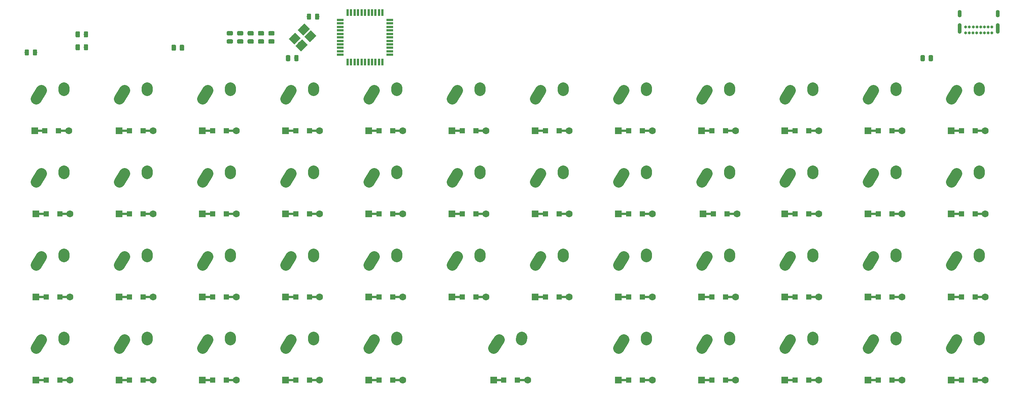
<source format=gbr>
G04 #@! TF.GenerationSoftware,KiCad,Pcbnew,(5.1.0)-1*
G04 #@! TF.CreationDate,2020-08-27T01:02:26-04:00*
G04 #@! TF.ProjectId,keyboard,6b657962-6f61-4726-942e-6b696361645f,rev?*
G04 #@! TF.SameCoordinates,Original*
G04 #@! TF.FileFunction,Copper,L2,Bot*
G04 #@! TF.FilePolarity,Positive*
%FSLAX46Y46*%
G04 Gerber Fmt 4.6, Leading zero omitted, Abs format (unit mm)*
G04 Created by KiCad (PCBNEW (5.1.0)-1) date 2020-08-27 01:02:26*
%MOMM*%
%LPD*%
G04 APERTURE LIST*
%ADD10C,0.127000*%
%ADD11C,0.975000*%
%ADD12R,2.500000X0.500000*%
%ADD13C,1.600000*%
%ADD14R,1.600000X1.600000*%
%ADD15R,1.200000X1.200000*%
%ADD16O,0.900000X1.700000*%
%ADD17O,0.900000X2.400000*%
%ADD18C,0.650000*%
%ADD19C,2.500000*%
%ADD20C,2.500000*%
%ADD21R,0.550000X1.500000*%
%ADD22R,1.500000X0.550000*%
%ADD23C,1.800000*%
G04 APERTURE END LIST*
D10*
G36*
X89311392Y-37401174D02*
G01*
X89335053Y-37404684D01*
X89358257Y-37410496D01*
X89380779Y-37418554D01*
X89402403Y-37428782D01*
X89422920Y-37441079D01*
X89442133Y-37455329D01*
X89459857Y-37471393D01*
X89475921Y-37489117D01*
X89490171Y-37508330D01*
X89502468Y-37528847D01*
X89512696Y-37550471D01*
X89520754Y-37572993D01*
X89526566Y-37596197D01*
X89530076Y-37619858D01*
X89531250Y-37643750D01*
X89531250Y-38556250D01*
X89530076Y-38580142D01*
X89526566Y-38603803D01*
X89520754Y-38627007D01*
X89512696Y-38649529D01*
X89502468Y-38671153D01*
X89490171Y-38691670D01*
X89475921Y-38710883D01*
X89459857Y-38728607D01*
X89442133Y-38744671D01*
X89422920Y-38758921D01*
X89402403Y-38771218D01*
X89380779Y-38781446D01*
X89358257Y-38789504D01*
X89335053Y-38795316D01*
X89311392Y-38798826D01*
X89287500Y-38800000D01*
X88800000Y-38800000D01*
X88776108Y-38798826D01*
X88752447Y-38795316D01*
X88729243Y-38789504D01*
X88706721Y-38781446D01*
X88685097Y-38771218D01*
X88664580Y-38758921D01*
X88645367Y-38744671D01*
X88627643Y-38728607D01*
X88611579Y-38710883D01*
X88597329Y-38691670D01*
X88585032Y-38671153D01*
X88574804Y-38649529D01*
X88566746Y-38627007D01*
X88560934Y-38603803D01*
X88557424Y-38580142D01*
X88556250Y-38556250D01*
X88556250Y-37643750D01*
X88557424Y-37619858D01*
X88560934Y-37596197D01*
X88566746Y-37572993D01*
X88574804Y-37550471D01*
X88585032Y-37528847D01*
X88597329Y-37508330D01*
X88611579Y-37489117D01*
X88627643Y-37471393D01*
X88645367Y-37455329D01*
X88664580Y-37441079D01*
X88685097Y-37428782D01*
X88706721Y-37418554D01*
X88729243Y-37410496D01*
X88752447Y-37404684D01*
X88776108Y-37401174D01*
X88800000Y-37400000D01*
X89287500Y-37400000D01*
X89311392Y-37401174D01*
X89311392Y-37401174D01*
G37*
D11*
X89043750Y-38100000D03*
D10*
G36*
X87436392Y-37401174D02*
G01*
X87460053Y-37404684D01*
X87483257Y-37410496D01*
X87505779Y-37418554D01*
X87527403Y-37428782D01*
X87547920Y-37441079D01*
X87567133Y-37455329D01*
X87584857Y-37471393D01*
X87600921Y-37489117D01*
X87615171Y-37508330D01*
X87627468Y-37528847D01*
X87637696Y-37550471D01*
X87645754Y-37572993D01*
X87651566Y-37596197D01*
X87655076Y-37619858D01*
X87656250Y-37643750D01*
X87656250Y-38556250D01*
X87655076Y-38580142D01*
X87651566Y-38603803D01*
X87645754Y-38627007D01*
X87637696Y-38649529D01*
X87627468Y-38671153D01*
X87615171Y-38691670D01*
X87600921Y-38710883D01*
X87584857Y-38728607D01*
X87567133Y-38744671D01*
X87547920Y-38758921D01*
X87527403Y-38771218D01*
X87505779Y-38781446D01*
X87483257Y-38789504D01*
X87460053Y-38795316D01*
X87436392Y-38798826D01*
X87412500Y-38800000D01*
X86925000Y-38800000D01*
X86901108Y-38798826D01*
X86877447Y-38795316D01*
X86854243Y-38789504D01*
X86831721Y-38781446D01*
X86810097Y-38771218D01*
X86789580Y-38758921D01*
X86770367Y-38744671D01*
X86752643Y-38728607D01*
X86736579Y-38710883D01*
X86722329Y-38691670D01*
X86710032Y-38671153D01*
X86699804Y-38649529D01*
X86691746Y-38627007D01*
X86685934Y-38603803D01*
X86682424Y-38580142D01*
X86681250Y-38556250D01*
X86681250Y-37643750D01*
X86682424Y-37619858D01*
X86685934Y-37596197D01*
X86691746Y-37572993D01*
X86699804Y-37550471D01*
X86710032Y-37528847D01*
X86722329Y-37508330D01*
X86736579Y-37489117D01*
X86752643Y-37471393D01*
X86770367Y-37455329D01*
X86789580Y-37441079D01*
X86810097Y-37428782D01*
X86831721Y-37418554D01*
X86854243Y-37410496D01*
X86877447Y-37404684D01*
X86901108Y-37401174D01*
X86925000Y-37400000D01*
X87412500Y-37400000D01*
X87436392Y-37401174D01*
X87436392Y-37401174D01*
G37*
D11*
X87168750Y-38100000D03*
D10*
G36*
X84548892Y-46926174D02*
G01*
X84572553Y-46929684D01*
X84595757Y-46935496D01*
X84618279Y-46943554D01*
X84639903Y-46953782D01*
X84660420Y-46966079D01*
X84679633Y-46980329D01*
X84697357Y-46996393D01*
X84713421Y-47014117D01*
X84727671Y-47033330D01*
X84739968Y-47053847D01*
X84750196Y-47075471D01*
X84758254Y-47097993D01*
X84764066Y-47121197D01*
X84767576Y-47144858D01*
X84768750Y-47168750D01*
X84768750Y-48081250D01*
X84767576Y-48105142D01*
X84764066Y-48128803D01*
X84758254Y-48152007D01*
X84750196Y-48174529D01*
X84739968Y-48196153D01*
X84727671Y-48216670D01*
X84713421Y-48235883D01*
X84697357Y-48253607D01*
X84679633Y-48269671D01*
X84660420Y-48283921D01*
X84639903Y-48296218D01*
X84618279Y-48306446D01*
X84595757Y-48314504D01*
X84572553Y-48320316D01*
X84548892Y-48323826D01*
X84525000Y-48325000D01*
X84037500Y-48325000D01*
X84013608Y-48323826D01*
X83989947Y-48320316D01*
X83966743Y-48314504D01*
X83944221Y-48306446D01*
X83922597Y-48296218D01*
X83902080Y-48283921D01*
X83882867Y-48269671D01*
X83865143Y-48253607D01*
X83849079Y-48235883D01*
X83834829Y-48216670D01*
X83822532Y-48196153D01*
X83812304Y-48174529D01*
X83804246Y-48152007D01*
X83798434Y-48128803D01*
X83794924Y-48105142D01*
X83793750Y-48081250D01*
X83793750Y-47168750D01*
X83794924Y-47144858D01*
X83798434Y-47121197D01*
X83804246Y-47097993D01*
X83812304Y-47075471D01*
X83822532Y-47053847D01*
X83834829Y-47033330D01*
X83849079Y-47014117D01*
X83865143Y-46996393D01*
X83882867Y-46980329D01*
X83902080Y-46966079D01*
X83922597Y-46953782D01*
X83944221Y-46943554D01*
X83966743Y-46935496D01*
X83989947Y-46929684D01*
X84013608Y-46926174D01*
X84037500Y-46925000D01*
X84525000Y-46925000D01*
X84548892Y-46926174D01*
X84548892Y-46926174D01*
G37*
D11*
X84281250Y-47625000D03*
D10*
G36*
X82673892Y-46926174D02*
G01*
X82697553Y-46929684D01*
X82720757Y-46935496D01*
X82743279Y-46943554D01*
X82764903Y-46953782D01*
X82785420Y-46966079D01*
X82804633Y-46980329D01*
X82822357Y-46996393D01*
X82838421Y-47014117D01*
X82852671Y-47033330D01*
X82864968Y-47053847D01*
X82875196Y-47075471D01*
X82883254Y-47097993D01*
X82889066Y-47121197D01*
X82892576Y-47144858D01*
X82893750Y-47168750D01*
X82893750Y-48081250D01*
X82892576Y-48105142D01*
X82889066Y-48128803D01*
X82883254Y-48152007D01*
X82875196Y-48174529D01*
X82864968Y-48196153D01*
X82852671Y-48216670D01*
X82838421Y-48235883D01*
X82822357Y-48253607D01*
X82804633Y-48269671D01*
X82785420Y-48283921D01*
X82764903Y-48296218D01*
X82743279Y-48306446D01*
X82720757Y-48314504D01*
X82697553Y-48320316D01*
X82673892Y-48323826D01*
X82650000Y-48325000D01*
X82162500Y-48325000D01*
X82138608Y-48323826D01*
X82114947Y-48320316D01*
X82091743Y-48314504D01*
X82069221Y-48306446D01*
X82047597Y-48296218D01*
X82027080Y-48283921D01*
X82007867Y-48269671D01*
X81990143Y-48253607D01*
X81974079Y-48235883D01*
X81959829Y-48216670D01*
X81947532Y-48196153D01*
X81937304Y-48174529D01*
X81929246Y-48152007D01*
X81923434Y-48128803D01*
X81919924Y-48105142D01*
X81918750Y-48081250D01*
X81918750Y-47168750D01*
X81919924Y-47144858D01*
X81923434Y-47121197D01*
X81929246Y-47097993D01*
X81937304Y-47075471D01*
X81947532Y-47053847D01*
X81959829Y-47033330D01*
X81974079Y-47014117D01*
X81990143Y-46996393D01*
X82007867Y-46980329D01*
X82027080Y-46966079D01*
X82047597Y-46953782D01*
X82069221Y-46943554D01*
X82091743Y-46935496D01*
X82114947Y-46929684D01*
X82138608Y-46926174D01*
X82162500Y-46925000D01*
X82650000Y-46925000D01*
X82673892Y-46926174D01*
X82673892Y-46926174D01*
G37*
D11*
X82406250Y-47625000D03*
D10*
G36*
X79061392Y-43313674D02*
G01*
X79085053Y-43317184D01*
X79108257Y-43322996D01*
X79130779Y-43331054D01*
X79152403Y-43341282D01*
X79172920Y-43353579D01*
X79192133Y-43367829D01*
X79209857Y-43383893D01*
X79225921Y-43401617D01*
X79240171Y-43420830D01*
X79252468Y-43441347D01*
X79262696Y-43462971D01*
X79270754Y-43485493D01*
X79276566Y-43508697D01*
X79280076Y-43532358D01*
X79281250Y-43556250D01*
X79281250Y-44043750D01*
X79280076Y-44067642D01*
X79276566Y-44091303D01*
X79270754Y-44114507D01*
X79262696Y-44137029D01*
X79252468Y-44158653D01*
X79240171Y-44179170D01*
X79225921Y-44198383D01*
X79209857Y-44216107D01*
X79192133Y-44232171D01*
X79172920Y-44246421D01*
X79152403Y-44258718D01*
X79130779Y-44268946D01*
X79108257Y-44277004D01*
X79085053Y-44282816D01*
X79061392Y-44286326D01*
X79037500Y-44287500D01*
X78125000Y-44287500D01*
X78101108Y-44286326D01*
X78077447Y-44282816D01*
X78054243Y-44277004D01*
X78031721Y-44268946D01*
X78010097Y-44258718D01*
X77989580Y-44246421D01*
X77970367Y-44232171D01*
X77952643Y-44216107D01*
X77936579Y-44198383D01*
X77922329Y-44179170D01*
X77910032Y-44158653D01*
X77899804Y-44137029D01*
X77891746Y-44114507D01*
X77885934Y-44091303D01*
X77882424Y-44067642D01*
X77881250Y-44043750D01*
X77881250Y-43556250D01*
X77882424Y-43532358D01*
X77885934Y-43508697D01*
X77891746Y-43485493D01*
X77899804Y-43462971D01*
X77910032Y-43441347D01*
X77922329Y-43420830D01*
X77936579Y-43401617D01*
X77952643Y-43383893D01*
X77970367Y-43367829D01*
X77989580Y-43353579D01*
X78010097Y-43341282D01*
X78031721Y-43331054D01*
X78054243Y-43322996D01*
X78077447Y-43317184D01*
X78101108Y-43313674D01*
X78125000Y-43312500D01*
X79037500Y-43312500D01*
X79061392Y-43313674D01*
X79061392Y-43313674D01*
G37*
D11*
X78581250Y-43800000D03*
D10*
G36*
X79061392Y-41438674D02*
G01*
X79085053Y-41442184D01*
X79108257Y-41447996D01*
X79130779Y-41456054D01*
X79152403Y-41466282D01*
X79172920Y-41478579D01*
X79192133Y-41492829D01*
X79209857Y-41508893D01*
X79225921Y-41526617D01*
X79240171Y-41545830D01*
X79252468Y-41566347D01*
X79262696Y-41587971D01*
X79270754Y-41610493D01*
X79276566Y-41633697D01*
X79280076Y-41657358D01*
X79281250Y-41681250D01*
X79281250Y-42168750D01*
X79280076Y-42192642D01*
X79276566Y-42216303D01*
X79270754Y-42239507D01*
X79262696Y-42262029D01*
X79252468Y-42283653D01*
X79240171Y-42304170D01*
X79225921Y-42323383D01*
X79209857Y-42341107D01*
X79192133Y-42357171D01*
X79172920Y-42371421D01*
X79152403Y-42383718D01*
X79130779Y-42393946D01*
X79108257Y-42402004D01*
X79085053Y-42407816D01*
X79061392Y-42411326D01*
X79037500Y-42412500D01*
X78125000Y-42412500D01*
X78101108Y-42411326D01*
X78077447Y-42407816D01*
X78054243Y-42402004D01*
X78031721Y-42393946D01*
X78010097Y-42383718D01*
X77989580Y-42371421D01*
X77970367Y-42357171D01*
X77952643Y-42341107D01*
X77936579Y-42323383D01*
X77922329Y-42304170D01*
X77910032Y-42283653D01*
X77899804Y-42262029D01*
X77891746Y-42239507D01*
X77885934Y-42216303D01*
X77882424Y-42192642D01*
X77881250Y-42168750D01*
X77881250Y-41681250D01*
X77882424Y-41657358D01*
X77885934Y-41633697D01*
X77891746Y-41610493D01*
X77899804Y-41587971D01*
X77910032Y-41566347D01*
X77922329Y-41545830D01*
X77936579Y-41526617D01*
X77952643Y-41508893D01*
X77970367Y-41492829D01*
X77989580Y-41478579D01*
X78010097Y-41466282D01*
X78031721Y-41456054D01*
X78054243Y-41447996D01*
X78077447Y-41442184D01*
X78101108Y-41438674D01*
X78125000Y-41437500D01*
X79037500Y-41437500D01*
X79061392Y-41438674D01*
X79061392Y-41438674D01*
G37*
D11*
X78581250Y-41925000D03*
D10*
G36*
X76680142Y-43313674D02*
G01*
X76703803Y-43317184D01*
X76727007Y-43322996D01*
X76749529Y-43331054D01*
X76771153Y-43341282D01*
X76791670Y-43353579D01*
X76810883Y-43367829D01*
X76828607Y-43383893D01*
X76844671Y-43401617D01*
X76858921Y-43420830D01*
X76871218Y-43441347D01*
X76881446Y-43462971D01*
X76889504Y-43485493D01*
X76895316Y-43508697D01*
X76898826Y-43532358D01*
X76900000Y-43556250D01*
X76900000Y-44043750D01*
X76898826Y-44067642D01*
X76895316Y-44091303D01*
X76889504Y-44114507D01*
X76881446Y-44137029D01*
X76871218Y-44158653D01*
X76858921Y-44179170D01*
X76844671Y-44198383D01*
X76828607Y-44216107D01*
X76810883Y-44232171D01*
X76791670Y-44246421D01*
X76771153Y-44258718D01*
X76749529Y-44268946D01*
X76727007Y-44277004D01*
X76703803Y-44282816D01*
X76680142Y-44286326D01*
X76656250Y-44287500D01*
X75743750Y-44287500D01*
X75719858Y-44286326D01*
X75696197Y-44282816D01*
X75672993Y-44277004D01*
X75650471Y-44268946D01*
X75628847Y-44258718D01*
X75608330Y-44246421D01*
X75589117Y-44232171D01*
X75571393Y-44216107D01*
X75555329Y-44198383D01*
X75541079Y-44179170D01*
X75528782Y-44158653D01*
X75518554Y-44137029D01*
X75510496Y-44114507D01*
X75504684Y-44091303D01*
X75501174Y-44067642D01*
X75500000Y-44043750D01*
X75500000Y-43556250D01*
X75501174Y-43532358D01*
X75504684Y-43508697D01*
X75510496Y-43485493D01*
X75518554Y-43462971D01*
X75528782Y-43441347D01*
X75541079Y-43420830D01*
X75555329Y-43401617D01*
X75571393Y-43383893D01*
X75589117Y-43367829D01*
X75608330Y-43353579D01*
X75628847Y-43341282D01*
X75650471Y-43331054D01*
X75672993Y-43322996D01*
X75696197Y-43317184D01*
X75719858Y-43313674D01*
X75743750Y-43312500D01*
X76656250Y-43312500D01*
X76680142Y-43313674D01*
X76680142Y-43313674D01*
G37*
D11*
X76200000Y-43800000D03*
D10*
G36*
X76680142Y-41438674D02*
G01*
X76703803Y-41442184D01*
X76727007Y-41447996D01*
X76749529Y-41456054D01*
X76771153Y-41466282D01*
X76791670Y-41478579D01*
X76810883Y-41492829D01*
X76828607Y-41508893D01*
X76844671Y-41526617D01*
X76858921Y-41545830D01*
X76871218Y-41566347D01*
X76881446Y-41587971D01*
X76889504Y-41610493D01*
X76895316Y-41633697D01*
X76898826Y-41657358D01*
X76900000Y-41681250D01*
X76900000Y-42168750D01*
X76898826Y-42192642D01*
X76895316Y-42216303D01*
X76889504Y-42239507D01*
X76881446Y-42262029D01*
X76871218Y-42283653D01*
X76858921Y-42304170D01*
X76844671Y-42323383D01*
X76828607Y-42341107D01*
X76810883Y-42357171D01*
X76791670Y-42371421D01*
X76771153Y-42383718D01*
X76749529Y-42393946D01*
X76727007Y-42402004D01*
X76703803Y-42407816D01*
X76680142Y-42411326D01*
X76656250Y-42412500D01*
X75743750Y-42412500D01*
X75719858Y-42411326D01*
X75696197Y-42407816D01*
X75672993Y-42402004D01*
X75650471Y-42393946D01*
X75628847Y-42383718D01*
X75608330Y-42371421D01*
X75589117Y-42357171D01*
X75571393Y-42341107D01*
X75555329Y-42323383D01*
X75541079Y-42304170D01*
X75528782Y-42283653D01*
X75518554Y-42262029D01*
X75510496Y-42239507D01*
X75504684Y-42216303D01*
X75501174Y-42192642D01*
X75500000Y-42168750D01*
X75500000Y-41681250D01*
X75501174Y-41657358D01*
X75504684Y-41633697D01*
X75510496Y-41610493D01*
X75518554Y-41587971D01*
X75528782Y-41566347D01*
X75541079Y-41545830D01*
X75555329Y-41526617D01*
X75571393Y-41508893D01*
X75589117Y-41492829D01*
X75608330Y-41478579D01*
X75628847Y-41466282D01*
X75650471Y-41456054D01*
X75672993Y-41447996D01*
X75696197Y-41442184D01*
X75719858Y-41438674D01*
X75743750Y-41437500D01*
X76656250Y-41437500D01*
X76680142Y-41438674D01*
X76680142Y-41438674D01*
G37*
D11*
X76200000Y-41925000D03*
D10*
G36*
X74298892Y-43313674D02*
G01*
X74322553Y-43317184D01*
X74345757Y-43322996D01*
X74368279Y-43331054D01*
X74389903Y-43341282D01*
X74410420Y-43353579D01*
X74429633Y-43367829D01*
X74447357Y-43383893D01*
X74463421Y-43401617D01*
X74477671Y-43420830D01*
X74489968Y-43441347D01*
X74500196Y-43462971D01*
X74508254Y-43485493D01*
X74514066Y-43508697D01*
X74517576Y-43532358D01*
X74518750Y-43556250D01*
X74518750Y-44043750D01*
X74517576Y-44067642D01*
X74514066Y-44091303D01*
X74508254Y-44114507D01*
X74500196Y-44137029D01*
X74489968Y-44158653D01*
X74477671Y-44179170D01*
X74463421Y-44198383D01*
X74447357Y-44216107D01*
X74429633Y-44232171D01*
X74410420Y-44246421D01*
X74389903Y-44258718D01*
X74368279Y-44268946D01*
X74345757Y-44277004D01*
X74322553Y-44282816D01*
X74298892Y-44286326D01*
X74275000Y-44287500D01*
X73362500Y-44287500D01*
X73338608Y-44286326D01*
X73314947Y-44282816D01*
X73291743Y-44277004D01*
X73269221Y-44268946D01*
X73247597Y-44258718D01*
X73227080Y-44246421D01*
X73207867Y-44232171D01*
X73190143Y-44216107D01*
X73174079Y-44198383D01*
X73159829Y-44179170D01*
X73147532Y-44158653D01*
X73137304Y-44137029D01*
X73129246Y-44114507D01*
X73123434Y-44091303D01*
X73119924Y-44067642D01*
X73118750Y-44043750D01*
X73118750Y-43556250D01*
X73119924Y-43532358D01*
X73123434Y-43508697D01*
X73129246Y-43485493D01*
X73137304Y-43462971D01*
X73147532Y-43441347D01*
X73159829Y-43420830D01*
X73174079Y-43401617D01*
X73190143Y-43383893D01*
X73207867Y-43367829D01*
X73227080Y-43353579D01*
X73247597Y-43341282D01*
X73269221Y-43331054D01*
X73291743Y-43322996D01*
X73314947Y-43317184D01*
X73338608Y-43313674D01*
X73362500Y-43312500D01*
X74275000Y-43312500D01*
X74298892Y-43313674D01*
X74298892Y-43313674D01*
G37*
D11*
X73818750Y-43800000D03*
D10*
G36*
X74298892Y-41438674D02*
G01*
X74322553Y-41442184D01*
X74345757Y-41447996D01*
X74368279Y-41456054D01*
X74389903Y-41466282D01*
X74410420Y-41478579D01*
X74429633Y-41492829D01*
X74447357Y-41508893D01*
X74463421Y-41526617D01*
X74477671Y-41545830D01*
X74489968Y-41566347D01*
X74500196Y-41587971D01*
X74508254Y-41610493D01*
X74514066Y-41633697D01*
X74517576Y-41657358D01*
X74518750Y-41681250D01*
X74518750Y-42168750D01*
X74517576Y-42192642D01*
X74514066Y-42216303D01*
X74508254Y-42239507D01*
X74500196Y-42262029D01*
X74489968Y-42283653D01*
X74477671Y-42304170D01*
X74463421Y-42323383D01*
X74447357Y-42341107D01*
X74429633Y-42357171D01*
X74410420Y-42371421D01*
X74389903Y-42383718D01*
X74368279Y-42393946D01*
X74345757Y-42402004D01*
X74322553Y-42407816D01*
X74298892Y-42411326D01*
X74275000Y-42412500D01*
X73362500Y-42412500D01*
X73338608Y-42411326D01*
X73314947Y-42407816D01*
X73291743Y-42402004D01*
X73269221Y-42393946D01*
X73247597Y-42383718D01*
X73227080Y-42371421D01*
X73207867Y-42357171D01*
X73190143Y-42341107D01*
X73174079Y-42323383D01*
X73159829Y-42304170D01*
X73147532Y-42283653D01*
X73137304Y-42262029D01*
X73129246Y-42239507D01*
X73123434Y-42216303D01*
X73119924Y-42192642D01*
X73118750Y-42168750D01*
X73118750Y-41681250D01*
X73119924Y-41657358D01*
X73123434Y-41633697D01*
X73129246Y-41610493D01*
X73137304Y-41587971D01*
X73147532Y-41566347D01*
X73159829Y-41545830D01*
X73174079Y-41526617D01*
X73190143Y-41508893D01*
X73207867Y-41492829D01*
X73227080Y-41478579D01*
X73247597Y-41466282D01*
X73269221Y-41456054D01*
X73291743Y-41447996D01*
X73314947Y-41442184D01*
X73338608Y-41438674D01*
X73362500Y-41437500D01*
X74275000Y-41437500D01*
X74298892Y-41438674D01*
X74298892Y-41438674D01*
G37*
D11*
X73818750Y-41925000D03*
D10*
G36*
X71917642Y-41438674D02*
G01*
X71941303Y-41442184D01*
X71964507Y-41447996D01*
X71987029Y-41456054D01*
X72008653Y-41466282D01*
X72029170Y-41478579D01*
X72048383Y-41492829D01*
X72066107Y-41508893D01*
X72082171Y-41526617D01*
X72096421Y-41545830D01*
X72108718Y-41566347D01*
X72118946Y-41587971D01*
X72127004Y-41610493D01*
X72132816Y-41633697D01*
X72136326Y-41657358D01*
X72137500Y-41681250D01*
X72137500Y-42168750D01*
X72136326Y-42192642D01*
X72132816Y-42216303D01*
X72127004Y-42239507D01*
X72118946Y-42262029D01*
X72108718Y-42283653D01*
X72096421Y-42304170D01*
X72082171Y-42323383D01*
X72066107Y-42341107D01*
X72048383Y-42357171D01*
X72029170Y-42371421D01*
X72008653Y-42383718D01*
X71987029Y-42393946D01*
X71964507Y-42402004D01*
X71941303Y-42407816D01*
X71917642Y-42411326D01*
X71893750Y-42412500D01*
X70981250Y-42412500D01*
X70957358Y-42411326D01*
X70933697Y-42407816D01*
X70910493Y-42402004D01*
X70887971Y-42393946D01*
X70866347Y-42383718D01*
X70845830Y-42371421D01*
X70826617Y-42357171D01*
X70808893Y-42341107D01*
X70792829Y-42323383D01*
X70778579Y-42304170D01*
X70766282Y-42283653D01*
X70756054Y-42262029D01*
X70747996Y-42239507D01*
X70742184Y-42216303D01*
X70738674Y-42192642D01*
X70737500Y-42168750D01*
X70737500Y-41681250D01*
X70738674Y-41657358D01*
X70742184Y-41633697D01*
X70747996Y-41610493D01*
X70756054Y-41587971D01*
X70766282Y-41566347D01*
X70778579Y-41545830D01*
X70792829Y-41526617D01*
X70808893Y-41508893D01*
X70826617Y-41492829D01*
X70845830Y-41478579D01*
X70866347Y-41466282D01*
X70887971Y-41456054D01*
X70910493Y-41447996D01*
X70933697Y-41442184D01*
X70957358Y-41438674D01*
X70981250Y-41437500D01*
X71893750Y-41437500D01*
X71917642Y-41438674D01*
X71917642Y-41438674D01*
G37*
D11*
X71437500Y-41925000D03*
D10*
G36*
X71917642Y-43313674D02*
G01*
X71941303Y-43317184D01*
X71964507Y-43322996D01*
X71987029Y-43331054D01*
X72008653Y-43341282D01*
X72029170Y-43353579D01*
X72048383Y-43367829D01*
X72066107Y-43383893D01*
X72082171Y-43401617D01*
X72096421Y-43420830D01*
X72108718Y-43441347D01*
X72118946Y-43462971D01*
X72127004Y-43485493D01*
X72132816Y-43508697D01*
X72136326Y-43532358D01*
X72137500Y-43556250D01*
X72137500Y-44043750D01*
X72136326Y-44067642D01*
X72132816Y-44091303D01*
X72127004Y-44114507D01*
X72118946Y-44137029D01*
X72108718Y-44158653D01*
X72096421Y-44179170D01*
X72082171Y-44198383D01*
X72066107Y-44216107D01*
X72048383Y-44232171D01*
X72029170Y-44246421D01*
X72008653Y-44258718D01*
X71987029Y-44268946D01*
X71964507Y-44277004D01*
X71941303Y-44282816D01*
X71917642Y-44286326D01*
X71893750Y-44287500D01*
X70981250Y-44287500D01*
X70957358Y-44286326D01*
X70933697Y-44282816D01*
X70910493Y-44277004D01*
X70887971Y-44268946D01*
X70866347Y-44258718D01*
X70845830Y-44246421D01*
X70826617Y-44232171D01*
X70808893Y-44216107D01*
X70792829Y-44198383D01*
X70778579Y-44179170D01*
X70766282Y-44158653D01*
X70756054Y-44137029D01*
X70747996Y-44114507D01*
X70742184Y-44091303D01*
X70738674Y-44067642D01*
X70737500Y-44043750D01*
X70737500Y-43556250D01*
X70738674Y-43532358D01*
X70742184Y-43508697D01*
X70747996Y-43485493D01*
X70756054Y-43462971D01*
X70766282Y-43441347D01*
X70778579Y-43420830D01*
X70792829Y-43401617D01*
X70808893Y-43383893D01*
X70826617Y-43367829D01*
X70845830Y-43353579D01*
X70866347Y-43341282D01*
X70887971Y-43331054D01*
X70910493Y-43322996D01*
X70933697Y-43317184D01*
X70957358Y-43313674D01*
X70981250Y-43312500D01*
X71893750Y-43312500D01*
X71917642Y-43313674D01*
X71917642Y-43313674D01*
G37*
D11*
X71437500Y-43800000D03*
D10*
G36*
X69536392Y-41438674D02*
G01*
X69560053Y-41442184D01*
X69583257Y-41447996D01*
X69605779Y-41456054D01*
X69627403Y-41466282D01*
X69647920Y-41478579D01*
X69667133Y-41492829D01*
X69684857Y-41508893D01*
X69700921Y-41526617D01*
X69715171Y-41545830D01*
X69727468Y-41566347D01*
X69737696Y-41587971D01*
X69745754Y-41610493D01*
X69751566Y-41633697D01*
X69755076Y-41657358D01*
X69756250Y-41681250D01*
X69756250Y-42168750D01*
X69755076Y-42192642D01*
X69751566Y-42216303D01*
X69745754Y-42239507D01*
X69737696Y-42262029D01*
X69727468Y-42283653D01*
X69715171Y-42304170D01*
X69700921Y-42323383D01*
X69684857Y-42341107D01*
X69667133Y-42357171D01*
X69647920Y-42371421D01*
X69627403Y-42383718D01*
X69605779Y-42393946D01*
X69583257Y-42402004D01*
X69560053Y-42407816D01*
X69536392Y-42411326D01*
X69512500Y-42412500D01*
X68600000Y-42412500D01*
X68576108Y-42411326D01*
X68552447Y-42407816D01*
X68529243Y-42402004D01*
X68506721Y-42393946D01*
X68485097Y-42383718D01*
X68464580Y-42371421D01*
X68445367Y-42357171D01*
X68427643Y-42341107D01*
X68411579Y-42323383D01*
X68397329Y-42304170D01*
X68385032Y-42283653D01*
X68374804Y-42262029D01*
X68366746Y-42239507D01*
X68360934Y-42216303D01*
X68357424Y-42192642D01*
X68356250Y-42168750D01*
X68356250Y-41681250D01*
X68357424Y-41657358D01*
X68360934Y-41633697D01*
X68366746Y-41610493D01*
X68374804Y-41587971D01*
X68385032Y-41566347D01*
X68397329Y-41545830D01*
X68411579Y-41526617D01*
X68427643Y-41508893D01*
X68445367Y-41492829D01*
X68464580Y-41478579D01*
X68485097Y-41466282D01*
X68506721Y-41456054D01*
X68529243Y-41447996D01*
X68552447Y-41442184D01*
X68576108Y-41438674D01*
X68600000Y-41437500D01*
X69512500Y-41437500D01*
X69536392Y-41438674D01*
X69536392Y-41438674D01*
G37*
D11*
X69056250Y-41925000D03*
D10*
G36*
X69536392Y-43313674D02*
G01*
X69560053Y-43317184D01*
X69583257Y-43322996D01*
X69605779Y-43331054D01*
X69627403Y-43341282D01*
X69647920Y-43353579D01*
X69667133Y-43367829D01*
X69684857Y-43383893D01*
X69700921Y-43401617D01*
X69715171Y-43420830D01*
X69727468Y-43441347D01*
X69737696Y-43462971D01*
X69745754Y-43485493D01*
X69751566Y-43508697D01*
X69755076Y-43532358D01*
X69756250Y-43556250D01*
X69756250Y-44043750D01*
X69755076Y-44067642D01*
X69751566Y-44091303D01*
X69745754Y-44114507D01*
X69737696Y-44137029D01*
X69727468Y-44158653D01*
X69715171Y-44179170D01*
X69700921Y-44198383D01*
X69684857Y-44216107D01*
X69667133Y-44232171D01*
X69647920Y-44246421D01*
X69627403Y-44258718D01*
X69605779Y-44268946D01*
X69583257Y-44277004D01*
X69560053Y-44282816D01*
X69536392Y-44286326D01*
X69512500Y-44287500D01*
X68600000Y-44287500D01*
X68576108Y-44286326D01*
X68552447Y-44282816D01*
X68529243Y-44277004D01*
X68506721Y-44268946D01*
X68485097Y-44258718D01*
X68464580Y-44246421D01*
X68445367Y-44232171D01*
X68427643Y-44216107D01*
X68411579Y-44198383D01*
X68397329Y-44179170D01*
X68385032Y-44158653D01*
X68374804Y-44137029D01*
X68366746Y-44114507D01*
X68360934Y-44091303D01*
X68357424Y-44067642D01*
X68356250Y-44043750D01*
X68356250Y-43556250D01*
X68357424Y-43532358D01*
X68360934Y-43508697D01*
X68366746Y-43485493D01*
X68374804Y-43462971D01*
X68385032Y-43441347D01*
X68397329Y-43420830D01*
X68411579Y-43401617D01*
X68427643Y-43383893D01*
X68445367Y-43367829D01*
X68464580Y-43353579D01*
X68485097Y-43341282D01*
X68506721Y-43331054D01*
X68529243Y-43322996D01*
X68552447Y-43317184D01*
X68576108Y-43313674D01*
X68600000Y-43312500D01*
X69512500Y-43312500D01*
X69536392Y-43313674D01*
X69536392Y-43313674D01*
G37*
D11*
X69056250Y-43800000D03*
D10*
G36*
X34496393Y-41476173D02*
G01*
X34520054Y-41479683D01*
X34543258Y-41485495D01*
X34565780Y-41493553D01*
X34587404Y-41503781D01*
X34607921Y-41516078D01*
X34627134Y-41530328D01*
X34644858Y-41546392D01*
X34660922Y-41564116D01*
X34675172Y-41583329D01*
X34687469Y-41603846D01*
X34697697Y-41625470D01*
X34705755Y-41647992D01*
X34711567Y-41671196D01*
X34715077Y-41694857D01*
X34716251Y-41718749D01*
X34716251Y-42631249D01*
X34715077Y-42655141D01*
X34711567Y-42678802D01*
X34705755Y-42702006D01*
X34697697Y-42724528D01*
X34687469Y-42746152D01*
X34675172Y-42766669D01*
X34660922Y-42785882D01*
X34644858Y-42803606D01*
X34627134Y-42819670D01*
X34607921Y-42833920D01*
X34587404Y-42846217D01*
X34565780Y-42856445D01*
X34543258Y-42864503D01*
X34520054Y-42870315D01*
X34496393Y-42873825D01*
X34472501Y-42874999D01*
X33985001Y-42874999D01*
X33961109Y-42873825D01*
X33937448Y-42870315D01*
X33914244Y-42864503D01*
X33891722Y-42856445D01*
X33870098Y-42846217D01*
X33849581Y-42833920D01*
X33830368Y-42819670D01*
X33812644Y-42803606D01*
X33796580Y-42785882D01*
X33782330Y-42766669D01*
X33770033Y-42746152D01*
X33759805Y-42724528D01*
X33751747Y-42702006D01*
X33745935Y-42678802D01*
X33742425Y-42655141D01*
X33741251Y-42631249D01*
X33741251Y-41718749D01*
X33742425Y-41694857D01*
X33745935Y-41671196D01*
X33751747Y-41647992D01*
X33759805Y-41625470D01*
X33770033Y-41603846D01*
X33782330Y-41583329D01*
X33796580Y-41564116D01*
X33812644Y-41546392D01*
X33830368Y-41530328D01*
X33849581Y-41516078D01*
X33870098Y-41503781D01*
X33891722Y-41493553D01*
X33914244Y-41485495D01*
X33937448Y-41479683D01*
X33961109Y-41476173D01*
X33985001Y-41474999D01*
X34472501Y-41474999D01*
X34496393Y-41476173D01*
X34496393Y-41476173D01*
G37*
D11*
X34228751Y-42174999D03*
D10*
G36*
X36371393Y-41476173D02*
G01*
X36395054Y-41479683D01*
X36418258Y-41485495D01*
X36440780Y-41493553D01*
X36462404Y-41503781D01*
X36482921Y-41516078D01*
X36502134Y-41530328D01*
X36519858Y-41546392D01*
X36535922Y-41564116D01*
X36550172Y-41583329D01*
X36562469Y-41603846D01*
X36572697Y-41625470D01*
X36580755Y-41647992D01*
X36586567Y-41671196D01*
X36590077Y-41694857D01*
X36591251Y-41718749D01*
X36591251Y-42631249D01*
X36590077Y-42655141D01*
X36586567Y-42678802D01*
X36580755Y-42702006D01*
X36572697Y-42724528D01*
X36562469Y-42746152D01*
X36550172Y-42766669D01*
X36535922Y-42785882D01*
X36519858Y-42803606D01*
X36502134Y-42819670D01*
X36482921Y-42833920D01*
X36462404Y-42846217D01*
X36440780Y-42856445D01*
X36418258Y-42864503D01*
X36395054Y-42870315D01*
X36371393Y-42873825D01*
X36347501Y-42874999D01*
X35860001Y-42874999D01*
X35836109Y-42873825D01*
X35812448Y-42870315D01*
X35789244Y-42864503D01*
X35766722Y-42856445D01*
X35745098Y-42846217D01*
X35724581Y-42833920D01*
X35705368Y-42819670D01*
X35687644Y-42803606D01*
X35671580Y-42785882D01*
X35657330Y-42766669D01*
X35645033Y-42746152D01*
X35634805Y-42724528D01*
X35626747Y-42702006D01*
X35620935Y-42678802D01*
X35617425Y-42655141D01*
X35616251Y-42631249D01*
X35616251Y-41718749D01*
X35617425Y-41694857D01*
X35620935Y-41671196D01*
X35626747Y-41647992D01*
X35634805Y-41625470D01*
X35645033Y-41603846D01*
X35657330Y-41583329D01*
X35671580Y-41564116D01*
X35687644Y-41546392D01*
X35705368Y-41530328D01*
X35724581Y-41516078D01*
X35745098Y-41503781D01*
X35766722Y-41493553D01*
X35789244Y-41485495D01*
X35812448Y-41479683D01*
X35836109Y-41476173D01*
X35860001Y-41474999D01*
X36347501Y-41474999D01*
X36371393Y-41476173D01*
X36371393Y-41476173D01*
G37*
D11*
X36103751Y-42174999D03*
D12*
X30956250Y-64293750D03*
X25556250Y-64293750D03*
D13*
X32156250Y-64293750D03*
D14*
X24356250Y-64293750D03*
D15*
X26681250Y-64293750D03*
X29831250Y-64293750D03*
X49200000Y-64293750D03*
X46050000Y-64293750D03*
D14*
X43725000Y-64293750D03*
D13*
X51525000Y-64293750D03*
D12*
X44925000Y-64293750D03*
X50325000Y-64293750D03*
X69375000Y-64293750D03*
X63975000Y-64293750D03*
D13*
X70575000Y-64293750D03*
D14*
X62775000Y-64293750D03*
D15*
X65100000Y-64293750D03*
X68250000Y-64293750D03*
X87300000Y-64293750D03*
X84150000Y-64293750D03*
D14*
X81825000Y-64293750D03*
D13*
X89625000Y-64293750D03*
D12*
X83025000Y-64293750D03*
X88425000Y-64293750D03*
D15*
X106350000Y-64293750D03*
X103200000Y-64293750D03*
D14*
X100875000Y-64293750D03*
D13*
X108675000Y-64293750D03*
D12*
X102075000Y-64293750D03*
X107475000Y-64293750D03*
X126525000Y-64293750D03*
X121125000Y-64293750D03*
D13*
X127725000Y-64293750D03*
D14*
X119925000Y-64293750D03*
D15*
X122250000Y-64293750D03*
X125400000Y-64293750D03*
X144450000Y-64293750D03*
X141300000Y-64293750D03*
D14*
X138975000Y-64293750D03*
D13*
X146775000Y-64293750D03*
D12*
X140175000Y-64293750D03*
X145575000Y-64293750D03*
X164625000Y-64293750D03*
X159225000Y-64293750D03*
D13*
X165825000Y-64293750D03*
D14*
X158025000Y-64293750D03*
D15*
X160350000Y-64293750D03*
X163500000Y-64293750D03*
X182550000Y-64293750D03*
X179400000Y-64293750D03*
D14*
X177075000Y-64293750D03*
D13*
X184875000Y-64293750D03*
D12*
X178275000Y-64293750D03*
X183675000Y-64293750D03*
D15*
X201600000Y-64293750D03*
X198450000Y-64293750D03*
D14*
X196125000Y-64293750D03*
D13*
X203925000Y-64293750D03*
D12*
X197325000Y-64293750D03*
X202725000Y-64293750D03*
X221775000Y-64293750D03*
X216375000Y-64293750D03*
D13*
X222975000Y-64293750D03*
D14*
X215175000Y-64293750D03*
D15*
X217500000Y-64293750D03*
X220650000Y-64293750D03*
D12*
X240825000Y-64293750D03*
X235425000Y-64293750D03*
D13*
X242025000Y-64293750D03*
D14*
X234225000Y-64293750D03*
D15*
X236550000Y-64293750D03*
X239700000Y-64293750D03*
D12*
X31275000Y-83343750D03*
X25875000Y-83343750D03*
D13*
X32475000Y-83343750D03*
D14*
X24675000Y-83343750D03*
D15*
X27000000Y-83343750D03*
X30150000Y-83343750D03*
X49200000Y-83343750D03*
X46050000Y-83343750D03*
D14*
X43725000Y-83343750D03*
D13*
X51525000Y-83343750D03*
D12*
X44925000Y-83343750D03*
X50325000Y-83343750D03*
D15*
X68250000Y-83343750D03*
X65100000Y-83343750D03*
D14*
X62775000Y-83343750D03*
D13*
X70575000Y-83343750D03*
D12*
X63975000Y-83343750D03*
X69375000Y-83343750D03*
D15*
X87300000Y-83343750D03*
X84150000Y-83343750D03*
D14*
X81825000Y-83343750D03*
D13*
X89625000Y-83343750D03*
D12*
X83025000Y-83343750D03*
X88425000Y-83343750D03*
X107475000Y-83343750D03*
X102075000Y-83343750D03*
D13*
X108675000Y-83343750D03*
D14*
X100875000Y-83343750D03*
D15*
X103200000Y-83343750D03*
X106350000Y-83343750D03*
X125400000Y-83343750D03*
X122250000Y-83343750D03*
D14*
X119925000Y-83343750D03*
D13*
X127725000Y-83343750D03*
D12*
X121125000Y-83343750D03*
X126525000Y-83343750D03*
X145575000Y-83343750D03*
X140175000Y-83343750D03*
D13*
X146775000Y-83343750D03*
D14*
X138975000Y-83343750D03*
D15*
X141300000Y-83343750D03*
X144450000Y-83343750D03*
D12*
X164625000Y-83343750D03*
X159225000Y-83343750D03*
D13*
X165825000Y-83343750D03*
D14*
X158025000Y-83343750D03*
D15*
X160350000Y-83343750D03*
X163500000Y-83343750D03*
D12*
X183993750Y-83343750D03*
X178593750Y-83343750D03*
D13*
X185193750Y-83343750D03*
D14*
X177393750Y-83343750D03*
D15*
X179718750Y-83343750D03*
X182868750Y-83343750D03*
X201600000Y-83343750D03*
X198450000Y-83343750D03*
D14*
X196125000Y-83343750D03*
D13*
X203925000Y-83343750D03*
D12*
X197325000Y-83343750D03*
X202725000Y-83343750D03*
X221775000Y-83343750D03*
X216375000Y-83343750D03*
D13*
X222975000Y-83343750D03*
D14*
X215175000Y-83343750D03*
D15*
X217500000Y-83343750D03*
X220650000Y-83343750D03*
D12*
X240825000Y-83343750D03*
X235425000Y-83343750D03*
D13*
X242025000Y-83343750D03*
D14*
X234225000Y-83343750D03*
D15*
X236550000Y-83343750D03*
X239700000Y-83343750D03*
X30150000Y-102393750D03*
X27000000Y-102393750D03*
D14*
X24675000Y-102393750D03*
D13*
X32475000Y-102393750D03*
D12*
X25875000Y-102393750D03*
X31275000Y-102393750D03*
X50325000Y-102393750D03*
X44925000Y-102393750D03*
D13*
X51525000Y-102393750D03*
D14*
X43725000Y-102393750D03*
D15*
X46050000Y-102393750D03*
X49200000Y-102393750D03*
X68250000Y-102393750D03*
X65100000Y-102393750D03*
D14*
X62775000Y-102393750D03*
D13*
X70575000Y-102393750D03*
D12*
X63975000Y-102393750D03*
X69375000Y-102393750D03*
D15*
X87300000Y-102393750D03*
X84150000Y-102393750D03*
D14*
X81825000Y-102393750D03*
D13*
X89625000Y-102393750D03*
D12*
X83025000Y-102393750D03*
X88425000Y-102393750D03*
D15*
X106350000Y-102393750D03*
X103200000Y-102393750D03*
D14*
X100875000Y-102393750D03*
D13*
X108675000Y-102393750D03*
D12*
X102075000Y-102393750D03*
X107475000Y-102393750D03*
D15*
X125400000Y-102393750D03*
X122250000Y-102393750D03*
D14*
X119925000Y-102393750D03*
D13*
X127725000Y-102393750D03*
D12*
X121125000Y-102393750D03*
X126525000Y-102393750D03*
D15*
X144450000Y-102393750D03*
X141300000Y-102393750D03*
D14*
X138975000Y-102393750D03*
D13*
X146775000Y-102393750D03*
D12*
X140175000Y-102393750D03*
X145575000Y-102393750D03*
D15*
X163500000Y-102393750D03*
X160350000Y-102393750D03*
D14*
X158025000Y-102393750D03*
D13*
X165825000Y-102393750D03*
D12*
X159225000Y-102393750D03*
X164625000Y-102393750D03*
X183675000Y-102393750D03*
X178275000Y-102393750D03*
D13*
X184875000Y-102393750D03*
D14*
X177075000Y-102393750D03*
D15*
X179400000Y-102393750D03*
X182550000Y-102393750D03*
X201600000Y-102393750D03*
X198450000Y-102393750D03*
D14*
X196125000Y-102393750D03*
D13*
X203925000Y-102393750D03*
D12*
X197325000Y-102393750D03*
X202725000Y-102393750D03*
X221775000Y-102393750D03*
X216375000Y-102393750D03*
D13*
X222975000Y-102393750D03*
D14*
X215175000Y-102393750D03*
D15*
X217500000Y-102393750D03*
X220650000Y-102393750D03*
D12*
X240825000Y-102393750D03*
X235425000Y-102393750D03*
D13*
X242025000Y-102393750D03*
D14*
X234225000Y-102393750D03*
D15*
X236550000Y-102393750D03*
X239700000Y-102393750D03*
D12*
X31275000Y-121443750D03*
X25875000Y-121443750D03*
D13*
X32475000Y-121443750D03*
D14*
X24675000Y-121443750D03*
D15*
X27000000Y-121443750D03*
X30150000Y-121443750D03*
X49200000Y-121443750D03*
X46050000Y-121443750D03*
D14*
X43725000Y-121443750D03*
D13*
X51525000Y-121443750D03*
D12*
X44925000Y-121443750D03*
X50325000Y-121443750D03*
D15*
X68250000Y-121443750D03*
X65100000Y-121443750D03*
D14*
X62775000Y-121443750D03*
D13*
X70575000Y-121443750D03*
D12*
X63975000Y-121443750D03*
X69375000Y-121443750D03*
D15*
X87300000Y-121443750D03*
X84150000Y-121443750D03*
D14*
X81825000Y-121443750D03*
D13*
X89625000Y-121443750D03*
D12*
X83025000Y-121443750D03*
X88425000Y-121443750D03*
X107475000Y-121443750D03*
X102075000Y-121443750D03*
D13*
X108675000Y-121443750D03*
D14*
X100875000Y-121443750D03*
D15*
X103200000Y-121443750D03*
X106350000Y-121443750D03*
X134925000Y-121443750D03*
X131775000Y-121443750D03*
D14*
X129450000Y-121443750D03*
D13*
X137250000Y-121443750D03*
D12*
X130650000Y-121443750D03*
X136050000Y-121443750D03*
X164625000Y-121443750D03*
X159225000Y-121443750D03*
D13*
X165825000Y-121443750D03*
D14*
X158025000Y-121443750D03*
D15*
X160350000Y-121443750D03*
X163500000Y-121443750D03*
D12*
X183675000Y-121443750D03*
X178275000Y-121443750D03*
D13*
X184875000Y-121443750D03*
D14*
X177075000Y-121443750D03*
D15*
X179400000Y-121443750D03*
X182550000Y-121443750D03*
D12*
X202725000Y-121443750D03*
X197325000Y-121443750D03*
D13*
X203925000Y-121443750D03*
D14*
X196125000Y-121443750D03*
D15*
X198450000Y-121443750D03*
X201600000Y-121443750D03*
D12*
X221775000Y-121443750D03*
X216375000Y-121443750D03*
D13*
X222975000Y-121443750D03*
D14*
X215175000Y-121443750D03*
D15*
X217500000Y-121443750D03*
X220650000Y-121443750D03*
X239700000Y-121443750D03*
X236550000Y-121443750D03*
D14*
X234225000Y-121443750D03*
D13*
X242025000Y-121443750D03*
D12*
X235425000Y-121443750D03*
X240825000Y-121443750D03*
D16*
X244831250Y-37458750D03*
X236181250Y-37458750D03*
D17*
X244831250Y-40838750D03*
X236181250Y-40838750D03*
D18*
X243486250Y-40493750D03*
X242636250Y-40493750D03*
X241786250Y-40493750D03*
X240936250Y-40493750D03*
X240086250Y-40493750D03*
X239236250Y-40493750D03*
X238386250Y-40493750D03*
X237531250Y-40493750D03*
X243481250Y-41818750D03*
X242631250Y-41818750D03*
X241781250Y-41818750D03*
X240931250Y-41818750D03*
X240081250Y-41818750D03*
X238381250Y-41818750D03*
X237531250Y-41818750D03*
X239231250Y-41818750D03*
D19*
X25320000Y-56011250D03*
D20*
X25924462Y-55062435D02*
X24715538Y-56960065D01*
D19*
X31095000Y-54741250D03*
D20*
X31114724Y-54451922D02*
X31075276Y-55030578D01*
D19*
X50145000Y-54741250D03*
D20*
X50164724Y-54451922D02*
X50125276Y-55030578D01*
D19*
X44370000Y-56011250D03*
D20*
X44974462Y-55062435D02*
X43765538Y-56960065D01*
D19*
X63420000Y-56011250D03*
D20*
X64024462Y-55062435D02*
X62815538Y-56960065D01*
D19*
X69195000Y-54741250D03*
D20*
X69214724Y-54451922D02*
X69175276Y-55030578D01*
D19*
X88245000Y-54741250D03*
D20*
X88264724Y-54451922D02*
X88225276Y-55030578D01*
D19*
X82470000Y-56011250D03*
D20*
X83074462Y-55062435D02*
X81865538Y-56960065D01*
D19*
X101520000Y-56011250D03*
D20*
X102124462Y-55062435D02*
X100915538Y-56960065D01*
D19*
X107295000Y-54741250D03*
D20*
X107314724Y-54451922D02*
X107275276Y-55030578D01*
D19*
X126345000Y-54741250D03*
D20*
X126364724Y-54451922D02*
X126325276Y-55030578D01*
D19*
X120570000Y-56011250D03*
D20*
X121174462Y-55062435D02*
X119965538Y-56960065D01*
D19*
X139620000Y-56011250D03*
D20*
X140224462Y-55062435D02*
X139015538Y-56960065D01*
D19*
X145395000Y-54741250D03*
D20*
X145414724Y-54451922D02*
X145375276Y-55030578D01*
D19*
X164445000Y-54741250D03*
D20*
X164464724Y-54451922D02*
X164425276Y-55030578D01*
D19*
X158670000Y-56011250D03*
D20*
X159274462Y-55062435D02*
X158065538Y-56960065D01*
D19*
X177720000Y-56011250D03*
D20*
X178324462Y-55062435D02*
X177115538Y-56960065D01*
D19*
X183495000Y-54741250D03*
D20*
X183514724Y-54451922D02*
X183475276Y-55030578D01*
D19*
X202545000Y-54741250D03*
D20*
X202564724Y-54451922D02*
X202525276Y-55030578D01*
D19*
X196770000Y-56011250D03*
D20*
X197374462Y-55062435D02*
X196165538Y-56960065D01*
D19*
X215820000Y-56011250D03*
D20*
X216424462Y-55062435D02*
X215215538Y-56960065D01*
D19*
X221595000Y-54741250D03*
D20*
X221614724Y-54451922D02*
X221575276Y-55030578D01*
D19*
X240645000Y-54741250D03*
D20*
X240664724Y-54451922D02*
X240625276Y-55030578D01*
D19*
X234870000Y-56011250D03*
D20*
X235474462Y-55062435D02*
X234265538Y-56960065D01*
D19*
X31095000Y-73791250D03*
D20*
X31114724Y-73501922D02*
X31075276Y-74080578D01*
D19*
X25320000Y-75061250D03*
D20*
X25924462Y-74112435D02*
X24715538Y-76010065D01*
D19*
X63420000Y-75061250D03*
D20*
X64024462Y-74112435D02*
X62815538Y-76010065D01*
D19*
X69195000Y-73791250D03*
D20*
X69214724Y-73501922D02*
X69175276Y-74080578D01*
D19*
X88245000Y-73791250D03*
D20*
X88264724Y-73501922D02*
X88225276Y-74080578D01*
D19*
X82470000Y-75061250D03*
D20*
X83074462Y-74112435D02*
X81865538Y-76010065D01*
D19*
X101520000Y-75061250D03*
D20*
X102124462Y-74112435D02*
X100915538Y-76010065D01*
D19*
X107295000Y-73791250D03*
D20*
X107314724Y-73501922D02*
X107275276Y-74080578D01*
D19*
X126345000Y-73791250D03*
D20*
X126364724Y-73501922D02*
X126325276Y-74080578D01*
D19*
X120570000Y-75061250D03*
D20*
X121174462Y-74112435D02*
X119965538Y-76010065D01*
D19*
X139620000Y-75061250D03*
D20*
X140224462Y-74112435D02*
X139015538Y-76010065D01*
D19*
X145395000Y-73791250D03*
D20*
X145414724Y-73501922D02*
X145375276Y-74080578D01*
D19*
X164445000Y-73791250D03*
D20*
X164464724Y-73501922D02*
X164425276Y-74080578D01*
D19*
X158670000Y-75061250D03*
D20*
X159274462Y-74112435D02*
X158065538Y-76010065D01*
D19*
X177720000Y-75061250D03*
D20*
X178324462Y-74112435D02*
X177115538Y-76010065D01*
D19*
X183495000Y-73791250D03*
D20*
X183514724Y-73501922D02*
X183475276Y-74080578D01*
D19*
X202545000Y-73791250D03*
D20*
X202564724Y-73501922D02*
X202525276Y-74080578D01*
D19*
X196770000Y-75061250D03*
D20*
X197374462Y-74112435D02*
X196165538Y-76010065D01*
D19*
X215820000Y-75061250D03*
D20*
X216424462Y-74112435D02*
X215215538Y-76010065D01*
D19*
X221595000Y-73791250D03*
D20*
X221614724Y-73501922D02*
X221575276Y-74080578D01*
D19*
X234870000Y-75061250D03*
D20*
X235474462Y-74112435D02*
X234265538Y-76010065D01*
D19*
X240645000Y-73791250D03*
D20*
X240664724Y-73501922D02*
X240625276Y-74080578D01*
D19*
X31095000Y-92841250D03*
D20*
X31114724Y-92551922D02*
X31075276Y-93130578D01*
D19*
X25320000Y-94111250D03*
D20*
X25924462Y-93162435D02*
X24715538Y-95060065D01*
D19*
X50145000Y-92841250D03*
D20*
X50164724Y-92551922D02*
X50125276Y-93130578D01*
D19*
X44370000Y-94111250D03*
D20*
X44974462Y-93162435D02*
X43765538Y-95060065D01*
D19*
X63420000Y-94111250D03*
D20*
X64024462Y-93162435D02*
X62815538Y-95060065D01*
D19*
X69195000Y-92841250D03*
D20*
X69214724Y-92551922D02*
X69175276Y-93130578D01*
D19*
X88245000Y-92841250D03*
D20*
X88264724Y-92551922D02*
X88225276Y-93130578D01*
D19*
X82470000Y-94111250D03*
D20*
X83074462Y-93162435D02*
X81865538Y-95060065D01*
D19*
X101520000Y-94111250D03*
D20*
X102124462Y-93162435D02*
X100915538Y-95060065D01*
D19*
X107295000Y-92841250D03*
D20*
X107314724Y-92551922D02*
X107275276Y-93130578D01*
D19*
X120570000Y-94111250D03*
D20*
X121174462Y-93162435D02*
X119965538Y-95060065D01*
D19*
X126345000Y-92841250D03*
D20*
X126364724Y-92551922D02*
X126325276Y-93130578D01*
D19*
X139620000Y-94111250D03*
D20*
X140224462Y-93162435D02*
X139015538Y-95060065D01*
D19*
X145395000Y-92841250D03*
D20*
X145414724Y-92551922D02*
X145375276Y-93130578D01*
D19*
X158670000Y-94111250D03*
D20*
X159274462Y-93162435D02*
X158065538Y-95060065D01*
D19*
X164445000Y-92841250D03*
D20*
X164464724Y-92551922D02*
X164425276Y-93130578D01*
D19*
X183495000Y-92841250D03*
D20*
X183514724Y-92551922D02*
X183475276Y-93130578D01*
D19*
X177720000Y-94111250D03*
D20*
X178324462Y-93162435D02*
X177115538Y-95060065D01*
D19*
X202545000Y-92841250D03*
D20*
X202564724Y-92551922D02*
X202525276Y-93130578D01*
D19*
X196770000Y-94111250D03*
D20*
X197374462Y-93162435D02*
X196165538Y-95060065D01*
D19*
X215820000Y-94111250D03*
D20*
X216424462Y-93162435D02*
X215215538Y-95060065D01*
D19*
X221595000Y-92841250D03*
D20*
X221614724Y-92551922D02*
X221575276Y-93130578D01*
D19*
X240645000Y-92841250D03*
D20*
X240664724Y-92551922D02*
X240625276Y-93130578D01*
D19*
X234870000Y-94111250D03*
D20*
X235474462Y-93162435D02*
X234265538Y-95060065D01*
D19*
X25320000Y-113161250D03*
D20*
X25924462Y-112212435D02*
X24715538Y-114110065D01*
D19*
X31095000Y-111891250D03*
D20*
X31114724Y-111601922D02*
X31075276Y-112180578D01*
D19*
X50145000Y-111891250D03*
D20*
X50164724Y-111601922D02*
X50125276Y-112180578D01*
D19*
X44370000Y-113161250D03*
D20*
X44974462Y-112212435D02*
X43765538Y-114110065D01*
D19*
X63420000Y-113161250D03*
D20*
X64024462Y-112212435D02*
X62815538Y-114110065D01*
D19*
X69195000Y-111891250D03*
D20*
X69214724Y-111601922D02*
X69175276Y-112180578D01*
D19*
X88245000Y-111891250D03*
D20*
X88264724Y-111601922D02*
X88225276Y-112180578D01*
D19*
X82470000Y-113161250D03*
D20*
X83074462Y-112212435D02*
X81865538Y-114110065D01*
D19*
X107295000Y-111891250D03*
D20*
X107314724Y-111601922D02*
X107275276Y-112180578D01*
D19*
X101520000Y-113161250D03*
D20*
X102124462Y-112212435D02*
X100915538Y-114110065D01*
D19*
X135870000Y-111891250D03*
D20*
X135889724Y-111601922D02*
X135850276Y-112180578D01*
D19*
X130095000Y-113161250D03*
D20*
X130699462Y-112212435D02*
X129490538Y-114110065D01*
D19*
X158670000Y-113161250D03*
D20*
X159274462Y-112212435D02*
X158065538Y-114110065D01*
D19*
X164445000Y-111891250D03*
D20*
X164464724Y-111601922D02*
X164425276Y-112180578D01*
D19*
X183495000Y-111891250D03*
D20*
X183514724Y-111601922D02*
X183475276Y-112180578D01*
D19*
X177720000Y-113161250D03*
D20*
X178324462Y-112212435D02*
X177115538Y-114110065D01*
D19*
X202545000Y-111891250D03*
D20*
X202564724Y-111601922D02*
X202525276Y-112180578D01*
D19*
X196770000Y-113161250D03*
D20*
X197374462Y-112212435D02*
X196165538Y-114110065D01*
D19*
X215820000Y-113161250D03*
D20*
X216424462Y-112212435D02*
X215215538Y-114110065D01*
D19*
X221595000Y-111891250D03*
D20*
X221614724Y-111601922D02*
X221575276Y-112180578D01*
D19*
X234870000Y-113161250D03*
D20*
X235474462Y-112212435D02*
X234265538Y-114110065D01*
D19*
X240645000Y-111891250D03*
D20*
X240664724Y-111601922D02*
X240625276Y-112180578D01*
D10*
G36*
X227930142Y-46926174D02*
G01*
X227953803Y-46929684D01*
X227977007Y-46935496D01*
X227999529Y-46943554D01*
X228021153Y-46953782D01*
X228041670Y-46966079D01*
X228060883Y-46980329D01*
X228078607Y-46996393D01*
X228094671Y-47014117D01*
X228108921Y-47033330D01*
X228121218Y-47053847D01*
X228131446Y-47075471D01*
X228139504Y-47097993D01*
X228145316Y-47121197D01*
X228148826Y-47144858D01*
X228150000Y-47168750D01*
X228150000Y-48081250D01*
X228148826Y-48105142D01*
X228145316Y-48128803D01*
X228139504Y-48152007D01*
X228131446Y-48174529D01*
X228121218Y-48196153D01*
X228108921Y-48216670D01*
X228094671Y-48235883D01*
X228078607Y-48253607D01*
X228060883Y-48269671D01*
X228041670Y-48283921D01*
X228021153Y-48296218D01*
X227999529Y-48306446D01*
X227977007Y-48314504D01*
X227953803Y-48320316D01*
X227930142Y-48323826D01*
X227906250Y-48325000D01*
X227418750Y-48325000D01*
X227394858Y-48323826D01*
X227371197Y-48320316D01*
X227347993Y-48314504D01*
X227325471Y-48306446D01*
X227303847Y-48296218D01*
X227283330Y-48283921D01*
X227264117Y-48269671D01*
X227246393Y-48253607D01*
X227230329Y-48235883D01*
X227216079Y-48216670D01*
X227203782Y-48196153D01*
X227193554Y-48174529D01*
X227185496Y-48152007D01*
X227179684Y-48128803D01*
X227176174Y-48105142D01*
X227175000Y-48081250D01*
X227175000Y-47168750D01*
X227176174Y-47144858D01*
X227179684Y-47121197D01*
X227185496Y-47097993D01*
X227193554Y-47075471D01*
X227203782Y-47053847D01*
X227216079Y-47033330D01*
X227230329Y-47014117D01*
X227246393Y-46996393D01*
X227264117Y-46980329D01*
X227283330Y-46966079D01*
X227303847Y-46953782D01*
X227325471Y-46943554D01*
X227347993Y-46935496D01*
X227371197Y-46929684D01*
X227394858Y-46926174D01*
X227418750Y-46925000D01*
X227906250Y-46925000D01*
X227930142Y-46926174D01*
X227930142Y-46926174D01*
G37*
D11*
X227662500Y-47625000D03*
D10*
G36*
X229805142Y-46926174D02*
G01*
X229828803Y-46929684D01*
X229852007Y-46935496D01*
X229874529Y-46943554D01*
X229896153Y-46953782D01*
X229916670Y-46966079D01*
X229935883Y-46980329D01*
X229953607Y-46996393D01*
X229969671Y-47014117D01*
X229983921Y-47033330D01*
X229996218Y-47053847D01*
X230006446Y-47075471D01*
X230014504Y-47097993D01*
X230020316Y-47121197D01*
X230023826Y-47144858D01*
X230025000Y-47168750D01*
X230025000Y-48081250D01*
X230023826Y-48105142D01*
X230020316Y-48128803D01*
X230014504Y-48152007D01*
X230006446Y-48174529D01*
X229996218Y-48196153D01*
X229983921Y-48216670D01*
X229969671Y-48235883D01*
X229953607Y-48253607D01*
X229935883Y-48269671D01*
X229916670Y-48283921D01*
X229896153Y-48296218D01*
X229874529Y-48306446D01*
X229852007Y-48314504D01*
X229828803Y-48320316D01*
X229805142Y-48323826D01*
X229781250Y-48325000D01*
X229293750Y-48325000D01*
X229269858Y-48323826D01*
X229246197Y-48320316D01*
X229222993Y-48314504D01*
X229200471Y-48306446D01*
X229178847Y-48296218D01*
X229158330Y-48283921D01*
X229139117Y-48269671D01*
X229121393Y-48253607D01*
X229105329Y-48235883D01*
X229091079Y-48216670D01*
X229078782Y-48196153D01*
X229068554Y-48174529D01*
X229060496Y-48152007D01*
X229054684Y-48128803D01*
X229051174Y-48105142D01*
X229050000Y-48081250D01*
X229050000Y-47168750D01*
X229051174Y-47144858D01*
X229054684Y-47121197D01*
X229060496Y-47097993D01*
X229068554Y-47075471D01*
X229078782Y-47053847D01*
X229091079Y-47033330D01*
X229105329Y-47014117D01*
X229121393Y-46996393D01*
X229139117Y-46980329D01*
X229158330Y-46966079D01*
X229178847Y-46953782D01*
X229200471Y-46943554D01*
X229222993Y-46935496D01*
X229246197Y-46929684D01*
X229269858Y-46926174D01*
X229293750Y-46925000D01*
X229781250Y-46925000D01*
X229805142Y-46926174D01*
X229805142Y-46926174D01*
G37*
D11*
X229537500Y-47625000D03*
D10*
G36*
X34496393Y-44426173D02*
G01*
X34520054Y-44429683D01*
X34543258Y-44435495D01*
X34565780Y-44443553D01*
X34587404Y-44453781D01*
X34607921Y-44466078D01*
X34627134Y-44480328D01*
X34644858Y-44496392D01*
X34660922Y-44514116D01*
X34675172Y-44533329D01*
X34687469Y-44553846D01*
X34697697Y-44575470D01*
X34705755Y-44597992D01*
X34711567Y-44621196D01*
X34715077Y-44644857D01*
X34716251Y-44668749D01*
X34716251Y-45581249D01*
X34715077Y-45605141D01*
X34711567Y-45628802D01*
X34705755Y-45652006D01*
X34697697Y-45674528D01*
X34687469Y-45696152D01*
X34675172Y-45716669D01*
X34660922Y-45735882D01*
X34644858Y-45753606D01*
X34627134Y-45769670D01*
X34607921Y-45783920D01*
X34587404Y-45796217D01*
X34565780Y-45806445D01*
X34543258Y-45814503D01*
X34520054Y-45820315D01*
X34496393Y-45823825D01*
X34472501Y-45824999D01*
X33985001Y-45824999D01*
X33961109Y-45823825D01*
X33937448Y-45820315D01*
X33914244Y-45814503D01*
X33891722Y-45806445D01*
X33870098Y-45796217D01*
X33849581Y-45783920D01*
X33830368Y-45769670D01*
X33812644Y-45753606D01*
X33796580Y-45735882D01*
X33782330Y-45716669D01*
X33770033Y-45696152D01*
X33759805Y-45674528D01*
X33751747Y-45652006D01*
X33745935Y-45628802D01*
X33742425Y-45605141D01*
X33741251Y-45581249D01*
X33741251Y-44668749D01*
X33742425Y-44644857D01*
X33745935Y-44621196D01*
X33751747Y-44597992D01*
X33759805Y-44575470D01*
X33770033Y-44553846D01*
X33782330Y-44533329D01*
X33796580Y-44514116D01*
X33812644Y-44496392D01*
X33830368Y-44480328D01*
X33849581Y-44466078D01*
X33870098Y-44453781D01*
X33891722Y-44443553D01*
X33914244Y-44435495D01*
X33937448Y-44429683D01*
X33961109Y-44426173D01*
X33985001Y-44424999D01*
X34472501Y-44424999D01*
X34496393Y-44426173D01*
X34496393Y-44426173D01*
G37*
D11*
X34228751Y-45124999D03*
D10*
G36*
X36371393Y-44426173D02*
G01*
X36395054Y-44429683D01*
X36418258Y-44435495D01*
X36440780Y-44443553D01*
X36462404Y-44453781D01*
X36482921Y-44466078D01*
X36502134Y-44480328D01*
X36519858Y-44496392D01*
X36535922Y-44514116D01*
X36550172Y-44533329D01*
X36562469Y-44553846D01*
X36572697Y-44575470D01*
X36580755Y-44597992D01*
X36586567Y-44621196D01*
X36590077Y-44644857D01*
X36591251Y-44668749D01*
X36591251Y-45581249D01*
X36590077Y-45605141D01*
X36586567Y-45628802D01*
X36580755Y-45652006D01*
X36572697Y-45674528D01*
X36562469Y-45696152D01*
X36550172Y-45716669D01*
X36535922Y-45735882D01*
X36519858Y-45753606D01*
X36502134Y-45769670D01*
X36482921Y-45783920D01*
X36462404Y-45796217D01*
X36440780Y-45806445D01*
X36418258Y-45814503D01*
X36395054Y-45820315D01*
X36371393Y-45823825D01*
X36347501Y-45824999D01*
X35860001Y-45824999D01*
X35836109Y-45823825D01*
X35812448Y-45820315D01*
X35789244Y-45814503D01*
X35766722Y-45806445D01*
X35745098Y-45796217D01*
X35724581Y-45783920D01*
X35705368Y-45769670D01*
X35687644Y-45753606D01*
X35671580Y-45735882D01*
X35657330Y-45716669D01*
X35645033Y-45696152D01*
X35634805Y-45674528D01*
X35626747Y-45652006D01*
X35620935Y-45628802D01*
X35617425Y-45605141D01*
X35616251Y-45581249D01*
X35616251Y-44668749D01*
X35617425Y-44644857D01*
X35620935Y-44621196D01*
X35626747Y-44597992D01*
X35634805Y-44575470D01*
X35645033Y-44553846D01*
X35657330Y-44533329D01*
X35671580Y-44514116D01*
X35687644Y-44496392D01*
X35705368Y-44480328D01*
X35724581Y-44466078D01*
X35745098Y-44453781D01*
X35766722Y-44443553D01*
X35789244Y-44435495D01*
X35812448Y-44429683D01*
X35836109Y-44426173D01*
X35860001Y-44424999D01*
X36347501Y-44424999D01*
X36371393Y-44426173D01*
X36371393Y-44426173D01*
G37*
D11*
X36103751Y-45124999D03*
D10*
G36*
X58355142Y-44544924D02*
G01*
X58378803Y-44548434D01*
X58402007Y-44554246D01*
X58424529Y-44562304D01*
X58446153Y-44572532D01*
X58466670Y-44584829D01*
X58485883Y-44599079D01*
X58503607Y-44615143D01*
X58519671Y-44632867D01*
X58533921Y-44652080D01*
X58546218Y-44672597D01*
X58556446Y-44694221D01*
X58564504Y-44716743D01*
X58570316Y-44739947D01*
X58573826Y-44763608D01*
X58575000Y-44787500D01*
X58575000Y-45700000D01*
X58573826Y-45723892D01*
X58570316Y-45747553D01*
X58564504Y-45770757D01*
X58556446Y-45793279D01*
X58546218Y-45814903D01*
X58533921Y-45835420D01*
X58519671Y-45854633D01*
X58503607Y-45872357D01*
X58485883Y-45888421D01*
X58466670Y-45902671D01*
X58446153Y-45914968D01*
X58424529Y-45925196D01*
X58402007Y-45933254D01*
X58378803Y-45939066D01*
X58355142Y-45942576D01*
X58331250Y-45943750D01*
X57843750Y-45943750D01*
X57819858Y-45942576D01*
X57796197Y-45939066D01*
X57772993Y-45933254D01*
X57750471Y-45925196D01*
X57728847Y-45914968D01*
X57708330Y-45902671D01*
X57689117Y-45888421D01*
X57671393Y-45872357D01*
X57655329Y-45854633D01*
X57641079Y-45835420D01*
X57628782Y-45814903D01*
X57618554Y-45793279D01*
X57610496Y-45770757D01*
X57604684Y-45747553D01*
X57601174Y-45723892D01*
X57600000Y-45700000D01*
X57600000Y-44787500D01*
X57601174Y-44763608D01*
X57604684Y-44739947D01*
X57610496Y-44716743D01*
X57618554Y-44694221D01*
X57628782Y-44672597D01*
X57641079Y-44652080D01*
X57655329Y-44632867D01*
X57671393Y-44615143D01*
X57689117Y-44599079D01*
X57708330Y-44584829D01*
X57728847Y-44572532D01*
X57750471Y-44562304D01*
X57772993Y-44554246D01*
X57796197Y-44548434D01*
X57819858Y-44544924D01*
X57843750Y-44543750D01*
X58331250Y-44543750D01*
X58355142Y-44544924D01*
X58355142Y-44544924D01*
G37*
D11*
X58087500Y-45243750D03*
D10*
G36*
X56480142Y-44544924D02*
G01*
X56503803Y-44548434D01*
X56527007Y-44554246D01*
X56549529Y-44562304D01*
X56571153Y-44572532D01*
X56591670Y-44584829D01*
X56610883Y-44599079D01*
X56628607Y-44615143D01*
X56644671Y-44632867D01*
X56658921Y-44652080D01*
X56671218Y-44672597D01*
X56681446Y-44694221D01*
X56689504Y-44716743D01*
X56695316Y-44739947D01*
X56698826Y-44763608D01*
X56700000Y-44787500D01*
X56700000Y-45700000D01*
X56698826Y-45723892D01*
X56695316Y-45747553D01*
X56689504Y-45770757D01*
X56681446Y-45793279D01*
X56671218Y-45814903D01*
X56658921Y-45835420D01*
X56644671Y-45854633D01*
X56628607Y-45872357D01*
X56610883Y-45888421D01*
X56591670Y-45902671D01*
X56571153Y-45914968D01*
X56549529Y-45925196D01*
X56527007Y-45933254D01*
X56503803Y-45939066D01*
X56480142Y-45942576D01*
X56456250Y-45943750D01*
X55968750Y-45943750D01*
X55944858Y-45942576D01*
X55921197Y-45939066D01*
X55897993Y-45933254D01*
X55875471Y-45925196D01*
X55853847Y-45914968D01*
X55833330Y-45902671D01*
X55814117Y-45888421D01*
X55796393Y-45872357D01*
X55780329Y-45854633D01*
X55766079Y-45835420D01*
X55753782Y-45814903D01*
X55743554Y-45793279D01*
X55735496Y-45770757D01*
X55729684Y-45747553D01*
X55726174Y-45723892D01*
X55725000Y-45700000D01*
X55725000Y-44787500D01*
X55726174Y-44763608D01*
X55729684Y-44739947D01*
X55735496Y-44716743D01*
X55743554Y-44694221D01*
X55753782Y-44672597D01*
X55766079Y-44652080D01*
X55780329Y-44632867D01*
X55796393Y-44615143D01*
X55814117Y-44599079D01*
X55833330Y-44584829D01*
X55853847Y-44572532D01*
X55875471Y-44562304D01*
X55897993Y-44554246D01*
X55921197Y-44548434D01*
X55944858Y-44544924D01*
X55968750Y-44543750D01*
X56456250Y-44543750D01*
X56480142Y-44544924D01*
X56480142Y-44544924D01*
G37*
D11*
X56212500Y-45243750D03*
D10*
G36*
X24711393Y-45613673D02*
G01*
X24735054Y-45617183D01*
X24758258Y-45622995D01*
X24780780Y-45631053D01*
X24802404Y-45641281D01*
X24822921Y-45653578D01*
X24842134Y-45667828D01*
X24859858Y-45683892D01*
X24875922Y-45701616D01*
X24890172Y-45720829D01*
X24902469Y-45741346D01*
X24912697Y-45762970D01*
X24920755Y-45785492D01*
X24926567Y-45808696D01*
X24930077Y-45832357D01*
X24931251Y-45856249D01*
X24931251Y-46768749D01*
X24930077Y-46792641D01*
X24926567Y-46816302D01*
X24920755Y-46839506D01*
X24912697Y-46862028D01*
X24902469Y-46883652D01*
X24890172Y-46904169D01*
X24875922Y-46923382D01*
X24859858Y-46941106D01*
X24842134Y-46957170D01*
X24822921Y-46971420D01*
X24802404Y-46983717D01*
X24780780Y-46993945D01*
X24758258Y-47002003D01*
X24735054Y-47007815D01*
X24711393Y-47011325D01*
X24687501Y-47012499D01*
X24200001Y-47012499D01*
X24176109Y-47011325D01*
X24152448Y-47007815D01*
X24129244Y-47002003D01*
X24106722Y-46993945D01*
X24085098Y-46983717D01*
X24064581Y-46971420D01*
X24045368Y-46957170D01*
X24027644Y-46941106D01*
X24011580Y-46923382D01*
X23997330Y-46904169D01*
X23985033Y-46883652D01*
X23974805Y-46862028D01*
X23966747Y-46839506D01*
X23960935Y-46816302D01*
X23957425Y-46792641D01*
X23956251Y-46768749D01*
X23956251Y-45856249D01*
X23957425Y-45832357D01*
X23960935Y-45808696D01*
X23966747Y-45785492D01*
X23974805Y-45762970D01*
X23985033Y-45741346D01*
X23997330Y-45720829D01*
X24011580Y-45701616D01*
X24027644Y-45683892D01*
X24045368Y-45667828D01*
X24064581Y-45653578D01*
X24085098Y-45641281D01*
X24106722Y-45631053D01*
X24129244Y-45622995D01*
X24152448Y-45617183D01*
X24176109Y-45613673D01*
X24200001Y-45612499D01*
X24687501Y-45612499D01*
X24711393Y-45613673D01*
X24711393Y-45613673D01*
G37*
D11*
X24443751Y-46312499D03*
D10*
G36*
X22836393Y-45613673D02*
G01*
X22860054Y-45617183D01*
X22883258Y-45622995D01*
X22905780Y-45631053D01*
X22927404Y-45641281D01*
X22947921Y-45653578D01*
X22967134Y-45667828D01*
X22984858Y-45683892D01*
X23000922Y-45701616D01*
X23015172Y-45720829D01*
X23027469Y-45741346D01*
X23037697Y-45762970D01*
X23045755Y-45785492D01*
X23051567Y-45808696D01*
X23055077Y-45832357D01*
X23056251Y-45856249D01*
X23056251Y-46768749D01*
X23055077Y-46792641D01*
X23051567Y-46816302D01*
X23045755Y-46839506D01*
X23037697Y-46862028D01*
X23027469Y-46883652D01*
X23015172Y-46904169D01*
X23000922Y-46923382D01*
X22984858Y-46941106D01*
X22967134Y-46957170D01*
X22947921Y-46971420D01*
X22927404Y-46983717D01*
X22905780Y-46993945D01*
X22883258Y-47002003D01*
X22860054Y-47007815D01*
X22836393Y-47011325D01*
X22812501Y-47012499D01*
X22325001Y-47012499D01*
X22301109Y-47011325D01*
X22277448Y-47007815D01*
X22254244Y-47002003D01*
X22231722Y-46993945D01*
X22210098Y-46983717D01*
X22189581Y-46971420D01*
X22170368Y-46957170D01*
X22152644Y-46941106D01*
X22136580Y-46923382D01*
X22122330Y-46904169D01*
X22110033Y-46883652D01*
X22099805Y-46862028D01*
X22091747Y-46839506D01*
X22085935Y-46816302D01*
X22082425Y-46792641D01*
X22081251Y-46768749D01*
X22081251Y-45856249D01*
X22082425Y-45832357D01*
X22085935Y-45808696D01*
X22091747Y-45785492D01*
X22099805Y-45762970D01*
X22110033Y-45741346D01*
X22122330Y-45720829D01*
X22136580Y-45701616D01*
X22152644Y-45683892D01*
X22170368Y-45667828D01*
X22189581Y-45653578D01*
X22210098Y-45641281D01*
X22231722Y-45631053D01*
X22254244Y-45622995D01*
X22277448Y-45617183D01*
X22301109Y-45613673D01*
X22325001Y-45612499D01*
X22812501Y-45612499D01*
X22836393Y-45613673D01*
X22836393Y-45613673D01*
G37*
D11*
X22568751Y-46312499D03*
D21*
X104012500Y-48562500D03*
X103212500Y-48562500D03*
X102412500Y-48562500D03*
X101612500Y-48562500D03*
X100812500Y-48562500D03*
X100012500Y-48562500D03*
X99212500Y-48562500D03*
X98412500Y-48562500D03*
X97612500Y-48562500D03*
X96812500Y-48562500D03*
X96012500Y-48562500D03*
D22*
X94312500Y-46862500D03*
X94312500Y-46062500D03*
X94312500Y-45262500D03*
X94312500Y-44462500D03*
X94312500Y-43662500D03*
X94312500Y-42862500D03*
X94312500Y-42062500D03*
X94312500Y-41262500D03*
X94312500Y-40462500D03*
X94312500Y-39662500D03*
X94312500Y-38862500D03*
D21*
X96012500Y-37162500D03*
X96812500Y-37162500D03*
X97612500Y-37162500D03*
X98412500Y-37162500D03*
X99212500Y-37162500D03*
X100012500Y-37162500D03*
X100812500Y-37162500D03*
X101612500Y-37162500D03*
X102412500Y-37162500D03*
X103212500Y-37162500D03*
X104012500Y-37162500D03*
D22*
X105712500Y-38862500D03*
X105712500Y-39662500D03*
X105712500Y-40462500D03*
X105712500Y-41262500D03*
X105712500Y-42062500D03*
X105712500Y-42862500D03*
X105712500Y-43662500D03*
X105712500Y-44462500D03*
X105712500Y-45262500D03*
X105712500Y-46062500D03*
X105712500Y-46862500D03*
D23*
X87528122Y-42615013D03*
D10*
G36*
X87634188Y-41236155D02*
G01*
X88906980Y-42508947D01*
X87422056Y-43993871D01*
X86149264Y-42721079D01*
X87634188Y-41236155D01*
X87634188Y-41236155D01*
G37*
D23*
X85477513Y-44665622D03*
D10*
G36*
X85583579Y-43286764D02*
G01*
X86856371Y-44559556D01*
X85371447Y-46044480D01*
X84098655Y-44771688D01*
X85583579Y-43286764D01*
X85583579Y-43286764D01*
G37*
D23*
X83921878Y-43109987D03*
D10*
G36*
X84027944Y-41731129D02*
G01*
X85300736Y-43003921D01*
X83815812Y-44488845D01*
X82543020Y-43216053D01*
X84027944Y-41731129D01*
X84027944Y-41731129D01*
G37*
D23*
X85972487Y-41059378D03*
D10*
G36*
X86078553Y-39680520D02*
G01*
X87351345Y-40953312D01*
X85866421Y-42438236D01*
X84593629Y-41165444D01*
X86078553Y-39680520D01*
X86078553Y-39680520D01*
G37*
D19*
X44370000Y-75061250D03*
D20*
X44974462Y-74112435D02*
X43765538Y-76010065D01*
D19*
X50145000Y-73791250D03*
D20*
X50164724Y-73501922D02*
X50125276Y-74080578D01*
M02*

</source>
